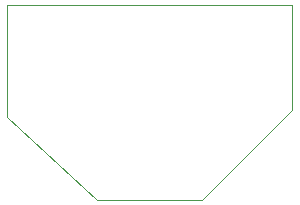
<source format=gbr>
%TF.GenerationSoftware,KiCad,Pcbnew,5.1.9-73d0e3b20d~88~ubuntu20.04.1*%
%TF.CreationDate,2021-04-06T09:19:16+02:00*%
%TF.ProjectId,photodiodCircuit,70686f74-6f64-4696-9f64-436972637569,rev?*%
%TF.SameCoordinates,Original*%
%TF.FileFunction,Profile,NP*%
%FSLAX46Y46*%
G04 Gerber Fmt 4.6, Leading zero omitted, Abs format (unit mm)*
G04 Created by KiCad (PCBNEW 5.1.9-73d0e3b20d~88~ubuntu20.04.1) date 2021-04-06 09:19:16*
%MOMM*%
%LPD*%
G01*
G04 APERTURE LIST*
%TA.AperFunction,Profile*%
%ADD10C,0.050000*%
%TD*%
G04 APERTURE END LIST*
D10*
X128905000Y-86360000D02*
X128905000Y-76835000D01*
X136525000Y-93345000D02*
X128905000Y-86360000D01*
X145415000Y-93345000D02*
X136525000Y-93345000D01*
X153035000Y-85725000D02*
X145415000Y-93345000D01*
X153035000Y-76835000D02*
X153035000Y-85725000D01*
X128905000Y-76835000D02*
X153035000Y-76835000D01*
M02*

</source>
